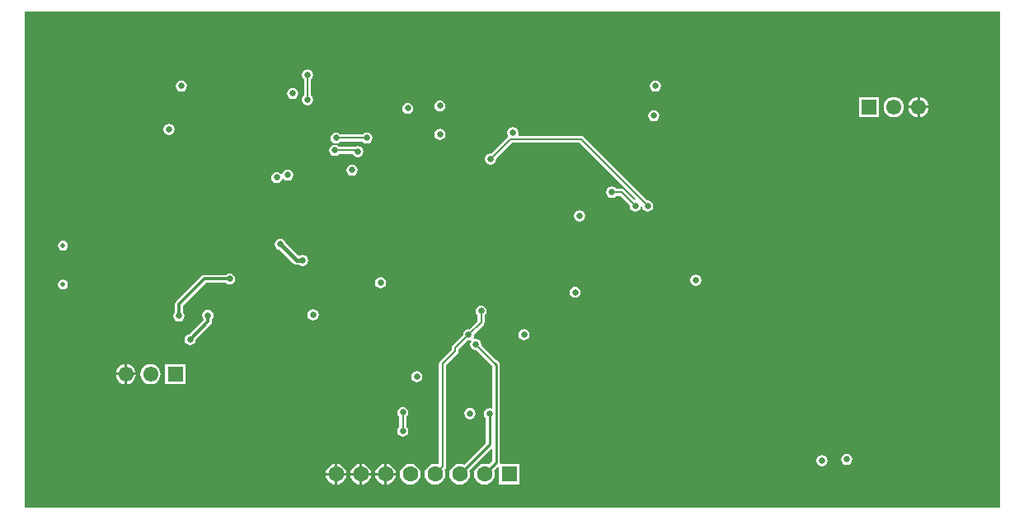
<source format=gbl>
G04*
G04 #@! TF.GenerationSoftware,Altium Limited,Altium Designer,23.5.1 (21)*
G04*
G04 Layer_Physical_Order=4*
G04 Layer_Color=16711680*
%FSLAX44Y44*%
%MOMM*%
G71*
G04*
G04 #@! TF.SameCoordinates,14FB7749-BF70-4BA2-BDF3-10CF23B172C4*
G04*
G04*
G04 #@! TF.FilePolarity,Positive*
G04*
G01*
G75*
%ADD14C,0.2540*%
%ADD73C,1.5500*%
%ADD74R,1.5500X1.5500*%
%ADD75C,0.2032*%
%ADD78C,0.3048*%
%ADD80C,0.4064*%
%ADD81C,0.5000*%
%ADD82C,1.6000*%
%ADD83R,1.6000X1.6000*%
%ADD84C,0.7620*%
%ADD85C,0.6350*%
%ADD86C,0.6600*%
G36*
X1256030Y500380D02*
X254000D01*
Y1009650D01*
X1256030D01*
Y500380D01*
D02*
G37*
%LPC*%
G36*
X901983Y939277D02*
X899754Y938833D01*
X897863Y937570D01*
X896600Y935680D01*
X896156Y933450D01*
X896600Y931220D01*
X897863Y929330D01*
X899754Y928067D01*
X901983Y927623D01*
X904213Y928067D01*
X906104Y929330D01*
X907367Y931220D01*
X907810Y933450D01*
X907367Y935680D01*
X906104Y937570D01*
X904213Y938833D01*
X901983Y939277D01*
D02*
G37*
G36*
X415290D02*
X413060Y938833D01*
X411170Y937570D01*
X409907Y935680D01*
X409463Y933450D01*
X409907Y931220D01*
X411170Y929330D01*
X413060Y928067D01*
X415290Y927623D01*
X417520Y928067D01*
X419410Y929330D01*
X420673Y931220D01*
X421117Y933450D01*
X420673Y935680D01*
X419410Y937570D01*
X417520Y938833D01*
X415290Y939277D01*
D02*
G37*
G36*
X529590Y931657D02*
X527360Y931213D01*
X525470Y929950D01*
X524207Y928060D01*
X523763Y925830D01*
X524207Y923600D01*
X525470Y921710D01*
X527360Y920447D01*
X529590Y920003D01*
X531820Y920447D01*
X533710Y921710D01*
X534973Y923600D01*
X535417Y925830D01*
X534973Y928060D01*
X533710Y929950D01*
X531820Y931213D01*
X529590Y931657D01*
D02*
G37*
G36*
X544830Y950707D02*
X542600Y950263D01*
X540710Y949000D01*
X539447Y947110D01*
X539003Y944880D01*
X539447Y942650D01*
X540710Y940760D01*
X541204Y940429D01*
Y923931D01*
X540710Y923600D01*
X539447Y921710D01*
X539003Y919480D01*
X539447Y917250D01*
X540710Y915360D01*
X542600Y914097D01*
X544830Y913653D01*
X547060Y914097D01*
X548950Y915360D01*
X550213Y917250D01*
X550657Y919480D01*
X550213Y921710D01*
X548950Y923600D01*
X548456Y923931D01*
Y940429D01*
X548950Y940760D01*
X550213Y942650D01*
X550657Y944880D01*
X550213Y947110D01*
X548950Y949000D01*
X547060Y950263D01*
X544830Y950707D01*
D02*
G37*
G36*
X1173480Y922072D02*
Y913130D01*
X1182422D01*
X1182235Y914546D01*
X1181198Y917049D01*
X1179549Y919199D01*
X1177399Y920848D01*
X1174896Y921885D01*
X1173480Y922072D01*
D02*
G37*
G36*
X1170940D02*
X1169524Y921885D01*
X1167021Y920848D01*
X1164871Y919199D01*
X1163222Y917049D01*
X1162185Y914546D01*
X1161998Y913130D01*
X1170940D01*
Y922072D01*
D02*
G37*
G36*
X680720Y918957D02*
X678490Y918513D01*
X676600Y917250D01*
X675337Y915360D01*
X674893Y913130D01*
X675337Y910900D01*
X676600Y909010D01*
X678490Y907747D01*
X680720Y907303D01*
X682950Y907747D01*
X684840Y909010D01*
X686103Y910900D01*
X686547Y913130D01*
X686103Y915360D01*
X684840Y917250D01*
X682950Y918513D01*
X680720Y918957D01*
D02*
G37*
G36*
X647700Y916417D02*
X645470Y915973D01*
X643580Y914710D01*
X642317Y912820D01*
X641873Y910590D01*
X642317Y908360D01*
X643580Y906470D01*
X645470Y905207D01*
X647700Y904763D01*
X649930Y905207D01*
X651820Y906470D01*
X653083Y908360D01*
X653527Y910590D01*
X653083Y912820D01*
X651820Y914710D01*
X649930Y915973D01*
X647700Y916417D01*
D02*
G37*
G36*
X1182422Y910590D02*
X1173480D01*
Y901648D01*
X1174896Y901835D01*
X1177399Y902872D01*
X1179549Y904521D01*
X1181198Y906671D01*
X1182235Y909174D01*
X1182422Y910590D01*
D02*
G37*
G36*
X1170940D02*
X1161998D01*
X1162185Y909174D01*
X1163222Y906671D01*
X1164871Y904521D01*
X1167021Y902872D01*
X1169524Y901835D01*
X1170940Y901648D01*
Y910590D01*
D02*
G37*
G36*
X1131700Y922150D02*
X1111120D01*
Y901570D01*
X1131700D01*
Y922150D01*
D02*
G37*
G36*
X1146810Y922239D02*
X1144124Y921885D01*
X1141621Y920848D01*
X1139471Y919199D01*
X1137822Y917049D01*
X1136785Y914546D01*
X1136431Y911860D01*
X1136785Y909174D01*
X1137822Y906671D01*
X1139471Y904521D01*
X1141621Y902872D01*
X1144124Y901835D01*
X1146810Y901481D01*
X1149496Y901835D01*
X1151999Y902872D01*
X1154149Y904521D01*
X1155798Y906671D01*
X1156835Y909174D01*
X1157189Y911860D01*
X1156835Y914546D01*
X1155798Y917049D01*
X1154149Y919199D01*
X1151999Y920848D01*
X1149496Y921885D01*
X1146810Y922239D01*
D02*
G37*
G36*
X900430Y908797D02*
X898200Y908353D01*
X896310Y907090D01*
X895047Y905200D01*
X894603Y902970D01*
X895047Y900740D01*
X896310Y898850D01*
X898200Y897587D01*
X900430Y897143D01*
X902660Y897587D01*
X904550Y898850D01*
X905813Y900740D01*
X906257Y902970D01*
X905813Y905200D01*
X904550Y907090D01*
X902660Y908353D01*
X900430Y908797D01*
D02*
G37*
G36*
X605790Y885937D02*
X603560Y885493D01*
X601670Y884230D01*
X601339Y883736D01*
X578491D01*
X578160Y884230D01*
X576270Y885493D01*
X574040Y885937D01*
X571810Y885493D01*
X569920Y884230D01*
X568657Y882340D01*
X568213Y880110D01*
X568657Y877880D01*
X569920Y875990D01*
X571810Y874727D01*
X574040Y874283D01*
X576270Y874727D01*
X578160Y875990D01*
X578491Y876484D01*
X601339D01*
X601670Y875990D01*
X603560Y874727D01*
X605790Y874283D01*
X608020Y874727D01*
X609910Y875990D01*
X611173Y877880D01*
X611617Y880110D01*
X611173Y882340D01*
X609910Y884230D01*
X608020Y885493D01*
X605790Y885937D01*
D02*
G37*
G36*
X402424Y894761D02*
X400194Y894318D01*
X398304Y893055D01*
X397041Y891164D01*
X396597Y888934D01*
X397041Y886705D01*
X398304Y884814D01*
X400194Y883551D01*
X402424Y883108D01*
X404654Y883551D01*
X406544Y884814D01*
X407808Y886705D01*
X408251Y888934D01*
X407808Y891164D01*
X406544Y893055D01*
X404654Y894318D01*
X402424Y894761D01*
D02*
G37*
G36*
X680720Y889747D02*
X678490Y889303D01*
X676600Y888040D01*
X675337Y886150D01*
X674893Y883920D01*
X675337Y881690D01*
X676600Y879800D01*
X678490Y878537D01*
X680720Y878093D01*
X682950Y878537D01*
X684840Y879800D01*
X686103Y881690D01*
X686547Y883920D01*
X686103Y886150D01*
X684840Y888040D01*
X682950Y889303D01*
X680720Y889747D01*
D02*
G37*
G36*
X572770Y873237D02*
X570540Y872793D01*
X568650Y871530D01*
X567387Y869640D01*
X566943Y867410D01*
X567387Y865180D01*
X568650Y863290D01*
X570540Y862027D01*
X572770Y861583D01*
X575000Y862027D01*
X576890Y863290D01*
X577221Y863784D01*
X590936D01*
X592181Y861921D01*
X594071Y860658D01*
X596301Y860215D01*
X598531Y860658D01*
X600421Y861921D01*
X601684Y863812D01*
X602128Y866042D01*
X601684Y868271D01*
X600421Y870162D01*
X598531Y871425D01*
X596301Y871869D01*
X594071Y871425D01*
X593488Y871036D01*
X577221D01*
X576890Y871530D01*
X575000Y872793D01*
X572770Y873237D01*
D02*
G37*
G36*
X524510Y847837D02*
X522280Y847393D01*
X520390Y846130D01*
X519127Y844240D01*
X518936Y843279D01*
X517587Y843011D01*
X517200Y843590D01*
X515310Y844853D01*
X513080Y845297D01*
X510850Y844853D01*
X508960Y843590D01*
X507697Y841700D01*
X507253Y839470D01*
X507697Y837240D01*
X508960Y835350D01*
X510850Y834087D01*
X513080Y833643D01*
X515310Y834087D01*
X517200Y835350D01*
X518463Y837240D01*
X518655Y838201D01*
X520003Y838469D01*
X520390Y837890D01*
X522280Y836627D01*
X524510Y836183D01*
X526740Y836627D01*
X528630Y837890D01*
X529893Y839780D01*
X530337Y842010D01*
X529893Y844240D01*
X528630Y846130D01*
X526740Y847393D01*
X524510Y847837D01*
D02*
G37*
G36*
X590550Y852917D02*
X588320Y852473D01*
X586430Y851210D01*
X585167Y849320D01*
X584723Y847090D01*
X585167Y844860D01*
X586430Y842970D01*
X588320Y841707D01*
X590550Y841263D01*
X592780Y841707D01*
X594670Y842970D01*
X595933Y844860D01*
X596377Y847090D01*
X595933Y849320D01*
X594670Y851210D01*
X592780Y852473D01*
X590550Y852917D01*
D02*
G37*
G36*
X755650Y891398D02*
X753420Y890954D01*
X751530Y889691D01*
X750267Y887801D01*
X749823Y885571D01*
X750267Y883341D01*
X750779Y882574D01*
X750546Y881404D01*
X750546Y881404D01*
X733373Y864231D01*
X732790Y864347D01*
X730560Y863903D01*
X728670Y862640D01*
X727407Y860750D01*
X726963Y858520D01*
X727407Y856290D01*
X728670Y854400D01*
X730560Y853137D01*
X732790Y852693D01*
X735020Y853137D01*
X736910Y854400D01*
X738173Y856290D01*
X738617Y858520D01*
X738501Y859103D01*
X754612Y875214D01*
X823998D01*
X881304Y817909D01*
X881308Y817529D01*
X880860Y816557D01*
X880234Y816533D01*
X869892Y826876D01*
X868715Y827662D01*
X867328Y827938D01*
X867328Y827938D01*
X861701D01*
X861370Y828433D01*
X859480Y829696D01*
X857250Y830139D01*
X855020Y829696D01*
X853130Y828433D01*
X851867Y826542D01*
X851423Y824312D01*
X851867Y822082D01*
X853130Y820192D01*
X855020Y818929D01*
X857250Y818485D01*
X859480Y818929D01*
X861370Y820192D01*
X861701Y820687D01*
X865826D01*
X875669Y810843D01*
X875553Y810260D01*
X875997Y808030D01*
X877260Y806140D01*
X879150Y804877D01*
X881380Y804433D01*
X883610Y804877D01*
X885500Y806140D01*
X886763Y808030D01*
X887083Y809635D01*
X888377D01*
X888697Y808030D01*
X889960Y806140D01*
X891850Y804877D01*
X894080Y804433D01*
X896310Y804877D01*
X898200Y806140D01*
X899463Y808030D01*
X899907Y810260D01*
X899463Y812490D01*
X898200Y814380D01*
X896310Y815643D01*
X894080Y816087D01*
X893497Y815971D01*
X828064Y881404D01*
X826888Y882190D01*
X825500Y882466D01*
X825500Y882466D01*
X761860D01*
X761112Y883736D01*
X761477Y885571D01*
X761033Y887801D01*
X759770Y889691D01*
X757880Y890954D01*
X755650Y891398D01*
D02*
G37*
G36*
X824230Y805927D02*
X822000Y805483D01*
X820110Y804220D01*
X818847Y802330D01*
X818403Y800100D01*
X818847Y797870D01*
X820110Y795980D01*
X822000Y794717D01*
X824230Y794273D01*
X826460Y794717D01*
X828350Y795980D01*
X829613Y797870D01*
X830057Y800100D01*
X829613Y802330D01*
X828350Y804220D01*
X826460Y805483D01*
X824230Y805927D01*
D02*
G37*
G36*
X293521Y774759D02*
X291555Y774368D01*
X289888Y773254D01*
X288774Y771587D01*
X288383Y769620D01*
X288774Y767654D01*
X289888Y765986D01*
X291555Y764872D01*
X293521Y764481D01*
X295488Y764872D01*
X297155Y765986D01*
X298269Y767654D01*
X298660Y769620D01*
X298269Y771587D01*
X297155Y773254D01*
X295488Y774368D01*
X293521Y774759D01*
D02*
G37*
G36*
X516893Y776729D02*
X514663Y776286D01*
X512773Y775023D01*
X511510Y773132D01*
X511066Y770902D01*
X511510Y768672D01*
X512773Y766782D01*
X514663Y765519D01*
X515938Y765265D01*
X530119Y751084D01*
X531631Y750073D01*
X533415Y749718D01*
X536440D01*
X537520Y748997D01*
X539750Y748553D01*
X541980Y748997D01*
X543870Y750260D01*
X545133Y752150D01*
X545577Y754380D01*
X545133Y756610D01*
X543870Y758500D01*
X541980Y759763D01*
X539750Y760207D01*
X537520Y759763D01*
X536440Y759042D01*
X535346D01*
X522530Y771858D01*
X522276Y773132D01*
X521013Y775023D01*
X519123Y776286D01*
X516893Y776729D01*
D02*
G37*
G36*
X464820Y741157D02*
X462590Y740713D01*
X460735Y739474D01*
X438689D01*
X437104Y739158D01*
X435759Y738260D01*
X409820Y712321D01*
X408922Y710976D01*
X408606Y709391D01*
Y701315D01*
X407367Y699460D01*
X406923Y697230D01*
X407367Y695000D01*
X408630Y693110D01*
X410520Y691847D01*
X412750Y691403D01*
X414980Y691847D01*
X416870Y693110D01*
X418133Y695000D01*
X418577Y697230D01*
X418133Y699460D01*
X416894Y701315D01*
Y707674D01*
X440406Y731186D01*
X460735D01*
X462590Y729947D01*
X464820Y729503D01*
X467050Y729947D01*
X468940Y731210D01*
X470203Y733100D01*
X470647Y735330D01*
X470203Y737560D01*
X468940Y739450D01*
X467050Y740713D01*
X464820Y741157D01*
D02*
G37*
G36*
X943610Y739887D02*
X941380Y739443D01*
X939490Y738180D01*
X938227Y736290D01*
X937783Y734060D01*
X938227Y731830D01*
X939490Y729940D01*
X941380Y728677D01*
X943610Y728233D01*
X945840Y728677D01*
X947730Y729940D01*
X948993Y731830D01*
X949437Y734060D01*
X948993Y736290D01*
X947730Y738180D01*
X945840Y739443D01*
X943610Y739887D01*
D02*
G37*
G36*
X619760Y737347D02*
X617530Y736903D01*
X615640Y735640D01*
X614377Y733750D01*
X613933Y731520D01*
X614377Y729290D01*
X615640Y727400D01*
X617530Y726137D01*
X619760Y725693D01*
X621990Y726137D01*
X623880Y727400D01*
X625143Y729290D01*
X625587Y731520D01*
X625143Y733750D01*
X623880Y735640D01*
X621990Y736903D01*
X619760Y737347D01*
D02*
G37*
G36*
X293521Y734759D02*
X291555Y734368D01*
X289888Y733254D01*
X288774Y731587D01*
X288383Y729620D01*
X288774Y727654D01*
X289888Y725986D01*
X291555Y724873D01*
X293521Y724481D01*
X295488Y724873D01*
X297155Y725986D01*
X298269Y727654D01*
X298660Y729620D01*
X298269Y731587D01*
X297155Y733254D01*
X295488Y734368D01*
X293521Y734759D01*
D02*
G37*
G36*
X819506Y727543D02*
X817276Y727099D01*
X815386Y725836D01*
X814123Y723946D01*
X813679Y721716D01*
X814123Y719486D01*
X815386Y717596D01*
X817276Y716333D01*
X819506Y715889D01*
X821736Y716333D01*
X823626Y717596D01*
X824889Y719486D01*
X825333Y721716D01*
X824889Y723946D01*
X823626Y725836D01*
X821736Y727099D01*
X819506Y727543D01*
D02*
G37*
G36*
X550538Y704326D02*
X548308Y703882D01*
X546418Y702619D01*
X545154Y700729D01*
X544711Y698499D01*
X545154Y696269D01*
X546418Y694379D01*
X548308Y693116D01*
X550538Y692672D01*
X552768Y693116D01*
X554658Y694379D01*
X555921Y696269D01*
X556365Y698499D01*
X555921Y700729D01*
X554658Y702619D01*
X552768Y703882D01*
X550538Y704326D01*
D02*
G37*
G36*
X722979Y708137D02*
X720749Y707693D01*
X718858Y706430D01*
X717595Y704540D01*
X717151Y702310D01*
X717595Y700080D01*
X718858Y698190D01*
X719353Y697859D01*
Y692068D01*
X710845Y683560D01*
X710261Y683676D01*
X708031Y683232D01*
X706141Y681969D01*
X704878Y680079D01*
X704434Y677849D01*
X704440Y677818D01*
X693618Y666996D01*
X692832Y665819D01*
X692556Y664432D01*
X692556Y664432D01*
Y662765D01*
X680696Y650905D01*
X679910Y649729D01*
X679634Y648341D01*
X679634Y648341D01*
Y545730D01*
X678633Y544919D01*
X678364Y544942D01*
X675640Y545301D01*
X672888Y544939D01*
X670324Y543877D01*
X668123Y542187D01*
X666433Y539986D01*
X665371Y537421D01*
X665009Y534670D01*
X665371Y531918D01*
X666433Y529355D01*
X668123Y527153D01*
X670324Y525463D01*
X672888Y524401D01*
X675640Y524039D01*
X678391Y524401D01*
X680956Y525463D01*
X683157Y527153D01*
X684847Y529355D01*
X685909Y531918D01*
X686271Y534670D01*
X685909Y537421D01*
X685209Y539111D01*
X685824Y539726D01*
X685824Y539726D01*
X686610Y540902D01*
X686886Y542290D01*
X686886Y542290D01*
Y646839D01*
X698746Y658699D01*
X699532Y659876D01*
X699808Y661263D01*
X699808Y661263D01*
Y662930D01*
X709125Y672248D01*
X710261Y672022D01*
X712063Y672380D01*
X712876Y671311D01*
X712167Y670250D01*
X711723Y668020D01*
X712167Y665790D01*
X713430Y663900D01*
X715320Y662637D01*
X717550Y662193D01*
X718133Y662309D01*
X733312Y647131D01*
X734049Y646027D01*
X734620Y645456D01*
Y603113D01*
X733350Y602363D01*
X731520Y602727D01*
X729290Y602283D01*
X727400Y601020D01*
X726137Y599130D01*
X725693Y596900D01*
X726137Y594670D01*
X727400Y592780D01*
X727635Y592622D01*
Y566759D01*
X705222Y544346D01*
X703792Y544939D01*
X701040Y545301D01*
X698288Y544939D01*
X695724Y543877D01*
X693523Y542187D01*
X691833Y539986D01*
X690771Y537421D01*
X690409Y534670D01*
X690771Y531918D01*
X691833Y529355D01*
X693523Y527153D01*
X695724Y525463D01*
X698288Y524401D01*
X701040Y524039D01*
X703792Y524401D01*
X706356Y525463D01*
X708557Y527153D01*
X710247Y529355D01*
X711309Y531918D01*
X711671Y534670D01*
X711309Y537421D01*
X710716Y538852D01*
X733350Y561487D01*
X734620Y560961D01*
Y548344D01*
X730622Y544346D01*
X729192Y544939D01*
X726440Y545301D01*
X723689Y544939D01*
X721124Y543877D01*
X718923Y542187D01*
X717233Y539986D01*
X716171Y537421D01*
X715809Y534670D01*
X716171Y531918D01*
X717233Y529355D01*
X718923Y527153D01*
X721124Y525463D01*
X723689Y524401D01*
X726440Y524039D01*
X729192Y524401D01*
X731756Y525463D01*
X733957Y527153D01*
X735647Y529355D01*
X736709Y531918D01*
X737071Y534670D01*
X736709Y537421D01*
X736116Y538852D01*
X740030Y542766D01*
X741300Y542240D01*
Y524130D01*
X762380D01*
Y545210D01*
X743381D01*
X743360Y545215D01*
X742339Y546480D01*
X742390Y546735D01*
Y647065D01*
X742094Y648552D01*
X741252Y649812D01*
X739543Y651521D01*
X739543Y651521D01*
X738439Y652258D01*
X723261Y667437D01*
X723377Y668020D01*
X722933Y670250D01*
X721670Y672140D01*
X719780Y673403D01*
X717550Y673847D01*
X715749Y673489D01*
X714936Y674557D01*
X715645Y675619D01*
X716088Y677849D01*
X715972Y678432D01*
X725542Y688002D01*
X725542Y688002D01*
X726328Y689179D01*
X726604Y690566D01*
Y697859D01*
X727099Y698190D01*
X728362Y700080D01*
X728805Y702310D01*
X728362Y704540D01*
X727099Y706430D01*
X725208Y707693D01*
X722979Y708137D01*
D02*
G37*
G36*
X767080Y684007D02*
X764850Y683563D01*
X762960Y682300D01*
X761697Y680410D01*
X761253Y678180D01*
X761697Y675950D01*
X762960Y674060D01*
X764850Y672797D01*
X767080Y672353D01*
X769310Y672797D01*
X771200Y674060D01*
X772463Y675950D01*
X772907Y678180D01*
X772463Y680410D01*
X771200Y682300D01*
X769310Y683563D01*
X767080Y684007D01*
D02*
G37*
G36*
X442598Y703695D02*
X440368Y703251D01*
X438478Y701988D01*
X437215Y700098D01*
X436771Y697868D01*
X437215Y695638D01*
X438454Y693783D01*
Y693234D01*
X424139Y678919D01*
X421950Y678483D01*
X420060Y677220D01*
X418797Y675330D01*
X418353Y673100D01*
X418797Y670870D01*
X420060Y668980D01*
X421950Y667717D01*
X424180Y667273D01*
X426410Y667717D01*
X428300Y668980D01*
X429563Y670870D01*
X429999Y673059D01*
X445528Y688588D01*
X446426Y689932D01*
X446742Y691518D01*
X446742Y691518D01*
Y693783D01*
X447981Y695638D01*
X448425Y697868D01*
X447981Y700098D01*
X446718Y701988D01*
X444828Y703251D01*
X442598Y703695D01*
D02*
G37*
G36*
X359410Y647752D02*
Y638810D01*
X368352D01*
X368165Y640226D01*
X367128Y642729D01*
X365479Y644879D01*
X363329Y646528D01*
X360826Y647565D01*
X359410Y647752D01*
D02*
G37*
G36*
X356870D02*
X355454Y647565D01*
X352951Y646528D01*
X350801Y644879D01*
X349152Y642729D01*
X348115Y640226D01*
X347928Y638810D01*
X356870D01*
Y647752D01*
D02*
G37*
G36*
X656962Y640805D02*
X654732Y640361D01*
X652841Y639098D01*
X651578Y637208D01*
X651135Y634978D01*
X651578Y632748D01*
X652841Y630858D01*
X654732Y629594D01*
X656962Y629151D01*
X659192Y629594D01*
X661082Y630858D01*
X662345Y632748D01*
X662789Y634978D01*
X662345Y637208D01*
X661082Y639098D01*
X659192Y640361D01*
X656962Y640805D01*
D02*
G37*
G36*
X368352Y636270D02*
X359410D01*
Y627328D01*
X360826Y627515D01*
X363329Y628552D01*
X365479Y630201D01*
X367128Y632351D01*
X368165Y634854D01*
X368352Y636270D01*
D02*
G37*
G36*
X356870D02*
X347928D01*
X348115Y634854D01*
X349152Y632351D01*
X350801Y630201D01*
X352951Y628552D01*
X355454Y627515D01*
X356870Y627328D01*
Y636270D01*
D02*
G37*
G36*
X419230Y647830D02*
X398650D01*
Y627250D01*
X419230D01*
Y647830D01*
D02*
G37*
G36*
X383540Y647919D02*
X380854Y647565D01*
X378351Y646528D01*
X376201Y644879D01*
X374552Y642729D01*
X373515Y640226D01*
X373161Y637540D01*
X373515Y634854D01*
X374552Y632351D01*
X376201Y630201D01*
X378351Y628552D01*
X380854Y627515D01*
X383540Y627161D01*
X386226Y627515D01*
X388729Y628552D01*
X390879Y630201D01*
X392528Y632351D01*
X393565Y634854D01*
X393919Y637540D01*
X393565Y640226D01*
X392528Y642729D01*
X390879Y644879D01*
X388729Y646528D01*
X386226Y647565D01*
X383540Y647919D01*
D02*
G37*
G36*
X711500Y602883D02*
X709270Y602439D01*
X707380Y601176D01*
X706116Y599286D01*
X705673Y597056D01*
X706116Y594826D01*
X707380Y592936D01*
X709270Y591673D01*
X711500Y591229D01*
X713730Y591673D01*
X715620Y592936D01*
X716883Y594826D01*
X717327Y597056D01*
X716883Y599286D01*
X715620Y601176D01*
X713730Y602439D01*
X711500Y602883D01*
D02*
G37*
G36*
X642620Y603997D02*
X640390Y603553D01*
X638500Y602290D01*
X637237Y600400D01*
X636793Y598170D01*
X637237Y595940D01*
X638500Y594050D01*
X638994Y593719D01*
Y583571D01*
X638500Y583240D01*
X637237Y581350D01*
X636793Y579120D01*
X637237Y576890D01*
X638500Y575000D01*
X640390Y573737D01*
X642620Y573293D01*
X644850Y573737D01*
X646740Y575000D01*
X648003Y576890D01*
X648447Y579120D01*
X648003Y581350D01*
X646740Y583240D01*
X646246Y583571D01*
Y593719D01*
X646740Y594050D01*
X648003Y595940D01*
X648447Y598170D01*
X648003Y600400D01*
X646740Y602290D01*
X644850Y603553D01*
X642620Y603997D01*
D02*
G37*
G36*
X1098550Y555737D02*
X1096320Y555293D01*
X1094430Y554030D01*
X1093167Y552140D01*
X1092723Y549910D01*
X1093167Y547680D01*
X1094430Y545790D01*
X1096320Y544527D01*
X1098550Y544083D01*
X1100780Y544527D01*
X1102670Y545790D01*
X1103933Y547680D01*
X1104377Y549910D01*
X1103933Y552140D01*
X1102670Y554030D01*
X1100780Y555293D01*
X1098550Y555737D01*
D02*
G37*
G36*
X1073150Y554467D02*
X1070920Y554023D01*
X1069030Y552760D01*
X1067767Y550870D01*
X1067323Y548640D01*
X1067767Y546410D01*
X1069030Y544520D01*
X1070920Y543257D01*
X1073150Y542813D01*
X1075380Y543257D01*
X1077270Y544520D01*
X1078533Y546410D01*
X1078977Y548640D01*
X1078533Y550870D01*
X1077270Y552760D01*
X1075380Y554023D01*
X1073150Y554467D01*
D02*
G37*
G36*
X575310Y545134D02*
Y535940D01*
X584504D01*
X584309Y537421D01*
X583247Y539986D01*
X581557Y542187D01*
X579356Y543877D01*
X576791Y544939D01*
X575310Y545134D01*
D02*
G37*
G36*
X600710D02*
Y535940D01*
X609904D01*
X609709Y537421D01*
X608647Y539986D01*
X606957Y542187D01*
X604756Y543877D01*
X602192Y544939D01*
X600710Y545134D01*
D02*
G37*
G36*
X626110D02*
Y535940D01*
X635304D01*
X635109Y537421D01*
X634047Y539986D01*
X632357Y542187D01*
X630155Y543877D01*
X627592Y544939D01*
X626110Y545134D01*
D02*
G37*
G36*
X572770D02*
X571288Y544939D01*
X568725Y543877D01*
X566523Y542187D01*
X564833Y539986D01*
X563771Y537421D01*
X563576Y535940D01*
X572770D01*
Y545134D01*
D02*
G37*
G36*
X598170D02*
X596688Y544939D01*
X594124Y543877D01*
X591923Y542187D01*
X590233Y539986D01*
X589171Y537421D01*
X588976Y535940D01*
X598170D01*
Y545134D01*
D02*
G37*
G36*
X623570D02*
X622089Y544939D01*
X619524Y543877D01*
X617323Y542187D01*
X615633Y539986D01*
X614571Y537421D01*
X614376Y535940D01*
X623570D01*
Y545134D01*
D02*
G37*
G36*
X635304Y533400D02*
X626110D01*
Y524206D01*
X627592Y524401D01*
X630155Y525463D01*
X632357Y527153D01*
X634047Y529355D01*
X635109Y531918D01*
X635304Y533400D01*
D02*
G37*
G36*
X609904D02*
X600710D01*
Y524206D01*
X602192Y524401D01*
X604756Y525463D01*
X606957Y527153D01*
X608647Y529355D01*
X609709Y531918D01*
X609904Y533400D01*
D02*
G37*
G36*
X584504D02*
X575310D01*
Y524206D01*
X576791Y524401D01*
X579356Y525463D01*
X581557Y527153D01*
X583247Y529355D01*
X584309Y531918D01*
X584504Y533400D01*
D02*
G37*
G36*
X623570D02*
X614376D01*
X614571Y531918D01*
X615633Y529355D01*
X617323Y527153D01*
X619524Y525463D01*
X622089Y524401D01*
X623570Y524206D01*
Y533400D01*
D02*
G37*
G36*
X598170D02*
X588976D01*
X589171Y531918D01*
X590233Y529355D01*
X591923Y527153D01*
X594124Y525463D01*
X596688Y524401D01*
X598170Y524206D01*
Y533400D01*
D02*
G37*
G36*
X572770D02*
X563576D01*
X563771Y531918D01*
X564833Y529355D01*
X566523Y527153D01*
X568725Y525463D01*
X571288Y524401D01*
X572770Y524206D01*
Y533400D01*
D02*
G37*
G36*
X650240Y545301D02*
X647488Y544939D01*
X644924Y543877D01*
X642723Y542187D01*
X641033Y539986D01*
X639971Y537421D01*
X639609Y534670D01*
X639971Y531918D01*
X641033Y529355D01*
X642723Y527153D01*
X644924Y525463D01*
X647488Y524401D01*
X650240Y524039D01*
X652991Y524401D01*
X655555Y525463D01*
X657757Y527153D01*
X659447Y529355D01*
X660509Y531918D01*
X660871Y534670D01*
X660509Y537421D01*
X659447Y539986D01*
X657757Y542187D01*
X655555Y543877D01*
X652991Y544939D01*
X650240Y545301D01*
D02*
G37*
%LPD*%
D14*
X731520Y565150D02*
Y596900D01*
X701040Y534670D02*
X731520Y565150D01*
X738505Y546735D02*
Y647065D01*
X736796Y648774D02*
Y648774D01*
Y648774D02*
X738505Y647065D01*
X726440Y534670D02*
X738505Y546735D01*
D73*
X1172210Y911860D02*
D03*
X1146810D02*
D03*
X358140Y637540D02*
D03*
X383540D02*
D03*
D74*
X1121410Y911860D02*
D03*
X408940Y637540D02*
D03*
D75*
X722979Y690566D02*
Y702310D01*
X867328Y824312D02*
X881380Y810260D01*
X857250Y824312D02*
X867328D01*
X753110Y878840D02*
X825500D01*
X894080Y810260D01*
X732790Y858520D02*
X753110Y878840D01*
X710261Y677849D02*
X722979Y690566D01*
X709599Y677849D02*
X710261D01*
X696182Y664432D02*
X709599Y677849D01*
X717550Y668020D02*
Y668020D01*
Y668020D02*
X736796Y648774D01*
X642620Y579120D02*
Y598170D01*
X544830Y919480D02*
Y944880D01*
X574040Y880110D02*
X605790D01*
X572770Y867410D02*
X593863D01*
X675640Y534670D02*
X683260Y542290D01*
Y648341D01*
X696182Y661263D01*
Y664432D01*
D78*
X412750Y697230D02*
Y709391D01*
X438689Y735330D01*
X464820D01*
X424180Y673100D02*
X442598Y691518D01*
Y697868D01*
D80*
X516893Y770902D02*
X533415Y754380D01*
X539750D01*
D81*
X293521Y729620D02*
D03*
Y769620D02*
D03*
D82*
X574040Y534670D02*
D03*
X599440D02*
D03*
X650240D02*
D03*
X701040D02*
D03*
X726440D02*
D03*
X675640D02*
D03*
X624840D02*
D03*
D83*
X751840D02*
D03*
D84*
X1238250Y952500D02*
D03*
X1219200Y838200D02*
D03*
Y762000D02*
D03*
X1238250Y723900D02*
D03*
Y647700D02*
D03*
X1219200Y609600D02*
D03*
X1238250Y571500D02*
D03*
X1219200Y533400D02*
D03*
X1200150Y876300D02*
D03*
X1181100Y838200D02*
D03*
X1200150Y800100D02*
D03*
X1181100Y762000D02*
D03*
Y609600D02*
D03*
X1200150Y571500D02*
D03*
X1181100Y533400D02*
D03*
X1162050Y876300D02*
D03*
X1143000Y838200D02*
D03*
X1162050Y800100D02*
D03*
X1143000Y762000D02*
D03*
X1162050Y723900D02*
D03*
X1143000Y685800D02*
D03*
X1162050Y647700D02*
D03*
X1143000Y609600D02*
D03*
X1162050Y571500D02*
D03*
X1143000Y533400D02*
D03*
X1123950Y952500D02*
D03*
Y876300D02*
D03*
X1104900Y838200D02*
D03*
Y762000D02*
D03*
X1123950Y723900D02*
D03*
Y647700D02*
D03*
X1104900Y609600D02*
D03*
Y533400D02*
D03*
X1085850Y952500D02*
D03*
Y876300D02*
D03*
X1066800Y762000D02*
D03*
Y685800D02*
D03*
X1085850Y647700D02*
D03*
X1066800Y609600D02*
D03*
Y533400D02*
D03*
X1047750Y952500D02*
D03*
X1028700Y914400D02*
D03*
X1047750Y876300D02*
D03*
Y723900D02*
D03*
X1028700Y685800D02*
D03*
X1047750Y647700D02*
D03*
X1028700Y609600D02*
D03*
Y533400D02*
D03*
X1009650Y952500D02*
D03*
X990600Y914400D02*
D03*
X1009650Y876300D02*
D03*
X990600Y762000D02*
D03*
X1009650Y723900D02*
D03*
X990600Y685800D02*
D03*
X1009650Y647700D02*
D03*
X990600Y609600D02*
D03*
X1009650Y571500D02*
D03*
X990600Y533400D02*
D03*
X971550Y952500D02*
D03*
X952500Y914400D02*
D03*
X971550Y876300D02*
D03*
X952500Y609600D02*
D03*
X971550Y571500D02*
D03*
X952500Y533400D02*
D03*
X933450Y952500D02*
D03*
X914400Y914400D02*
D03*
X933450Y876300D02*
D03*
X914400Y762000D02*
D03*
X933450Y647700D02*
D03*
X914400Y609600D02*
D03*
X933450Y571500D02*
D03*
X914400Y533400D02*
D03*
X895350Y952500D02*
D03*
X876300Y914400D02*
D03*
X895350Y876300D02*
D03*
X876300Y762000D02*
D03*
Y685800D02*
D03*
Y609600D02*
D03*
X895350Y571500D02*
D03*
X876300Y533400D02*
D03*
X857250Y952500D02*
D03*
X838200Y914400D02*
D03*
X857250Y876300D02*
D03*
X838200Y685800D02*
D03*
Y609600D02*
D03*
X857250Y571500D02*
D03*
X838200Y533400D02*
D03*
X819150Y952500D02*
D03*
X800100Y914400D02*
D03*
Y685800D02*
D03*
Y609600D02*
D03*
X819150Y571500D02*
D03*
X800100Y533400D02*
D03*
X781050Y952500D02*
D03*
Y571500D02*
D03*
X742950Y952500D02*
D03*
X723900Y914400D02*
D03*
X742950Y800100D02*
D03*
X723900Y762000D02*
D03*
X704850Y952500D02*
D03*
Y800100D02*
D03*
X685800Y762000D02*
D03*
X704850Y571500D02*
D03*
X666750Y952500D02*
D03*
Y876300D02*
D03*
Y723900D02*
D03*
Y571500D02*
D03*
X628650Y952500D02*
D03*
X609600Y609600D02*
D03*
X628650Y571500D02*
D03*
X571500Y838200D02*
D03*
X590550Y723900D02*
D03*
Y571500D02*
D03*
X552450Y952500D02*
D03*
X533400Y914400D02*
D03*
X552450Y723900D02*
D03*
X533400Y685800D02*
D03*
X552450Y647700D02*
D03*
X533400Y609600D02*
D03*
X552450Y571500D02*
D03*
X533400Y533400D02*
D03*
X514350Y876300D02*
D03*
X495300Y838200D02*
D03*
Y762000D02*
D03*
Y685800D02*
D03*
X514350Y647700D02*
D03*
X495300Y609600D02*
D03*
Y533400D02*
D03*
X457200Y914400D02*
D03*
X476250Y876300D02*
D03*
X457200Y838200D02*
D03*
X476250Y800100D02*
D03*
X457200Y762000D02*
D03*
X476250Y647700D02*
D03*
X457200Y609600D02*
D03*
Y533400D02*
D03*
X419100Y914400D02*
D03*
X438150Y876300D02*
D03*
X419100Y838200D02*
D03*
X438150Y647700D02*
D03*
X419100Y609600D02*
D03*
X438150Y571500D02*
D03*
X419100Y533400D02*
D03*
X400050Y952500D02*
D03*
X381000Y914400D02*
D03*
X400050Y876300D02*
D03*
X381000Y838200D02*
D03*
X400050Y800100D02*
D03*
X381000Y685800D02*
D03*
Y609600D02*
D03*
X400050Y571500D02*
D03*
X381000Y533400D02*
D03*
X361950Y952500D02*
D03*
X342900Y914400D02*
D03*
X361950Y876300D02*
D03*
X342900Y838200D02*
D03*
X361950Y723900D02*
D03*
X342900Y685800D02*
D03*
Y609600D02*
D03*
X361950Y571500D02*
D03*
X342900Y533400D02*
D03*
X323850Y952500D02*
D03*
X304800Y914400D02*
D03*
X323850Y876300D02*
D03*
X304800Y838200D02*
D03*
X323850Y723900D02*
D03*
X304800Y685800D02*
D03*
X323850Y647700D02*
D03*
X304800Y609600D02*
D03*
X323850Y571500D02*
D03*
X304800Y533400D02*
D03*
X285750Y952500D02*
D03*
X266700Y914400D02*
D03*
X285750Y876300D02*
D03*
X266700Y838200D02*
D03*
X285750Y800100D02*
D03*
X266700Y762000D02*
D03*
Y685800D02*
D03*
X285750Y647700D02*
D03*
X266700Y609600D02*
D03*
X285750Y571500D02*
D03*
X266700Y533400D02*
D03*
D85*
X722979Y702310D02*
D03*
X513080Y839470D02*
D03*
X756920Y796290D02*
D03*
X819506Y721716D02*
D03*
X822960Y709930D02*
D03*
X731520Y596900D02*
D03*
X413272Y951647D02*
D03*
X415290Y933450D02*
D03*
X402424Y888934D02*
D03*
X542290Y839470D02*
D03*
X524510Y842010D02*
D03*
X619760Y731520D02*
D03*
X943610Y734060D02*
D03*
X764540Y662940D02*
D03*
X767080Y678180D02*
D03*
X749300Y679450D02*
D03*
X412750Y697230D02*
D03*
X824230Y800100D02*
D03*
X698500Y883920D02*
D03*
X680720D02*
D03*
X901983Y933450D02*
D03*
X900430Y902970D02*
D03*
X881380Y810260D02*
D03*
X894080D02*
D03*
X732790Y858520D02*
D03*
X755650Y885571D02*
D03*
X687070Y670560D02*
D03*
X710261Y677849D02*
D03*
X656189Y651832D02*
D03*
X656962Y634978D02*
D03*
X711500Y597056D02*
D03*
X529590Y925830D02*
D03*
X464820Y735330D02*
D03*
X442598Y697868D02*
D03*
X431800Y706120D02*
D03*
X553720Y822960D02*
D03*
X568814Y793470D02*
D03*
X822960Y786130D02*
D03*
X835660Y760730D02*
D03*
X1073150Y548640D02*
D03*
X1098550Y549910D02*
D03*
X648320Y928865D02*
D03*
X692150Y913130D02*
D03*
X680720D02*
D03*
X647700Y910590D02*
D03*
X550538Y698499D02*
D03*
X590550Y847090D02*
D03*
X596301Y866042D02*
D03*
X642620Y579120D02*
D03*
Y598170D02*
D03*
X516893Y770902D02*
D03*
X539750Y754380D02*
D03*
X424180Y673100D02*
D03*
X407670Y791210D02*
D03*
X879785Y776980D02*
D03*
X322580Y784860D02*
D03*
X318693Y808125D02*
D03*
X544830Y919480D02*
D03*
Y944880D02*
D03*
X857250Y824312D02*
D03*
X574040Y880110D02*
D03*
X605790D02*
D03*
X572770Y867410D02*
D03*
X717550Y668020D02*
D03*
D86*
X600010Y939800D02*
D03*
Y927800D02*
D03*
X588010Y939800D02*
D03*
Y927800D02*
D03*
X576010Y939800D02*
D03*
Y927800D02*
D03*
M02*

</source>
